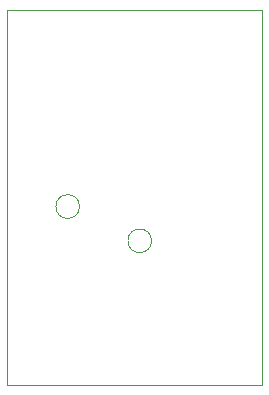
<source format=gm1>
G04 #@! TF.GenerationSoftware,KiCad,Pcbnew,5.1.5-52549c5~84~ubuntu18.04.1*
G04 #@! TF.CreationDate,2020-02-25T14:57:26-08:00*
G04 #@! TF.ProjectId,NeutrikSpeakon,4e657574-7269-46b5-9370-65616b6f6e2e,rev?*
G04 #@! TF.SameCoordinates,Original*
G04 #@! TF.FileFunction,Profile,NP*
%FSLAX46Y46*%
G04 Gerber Fmt 4.6, Leading zero omitted, Abs format (unit mm)*
G04 Created by KiCad (PCBNEW 5.1.5-52549c5~84~ubuntu18.04.1) date 2020-02-25 14:57:26*
%MOMM*%
%LPD*%
G04 APERTURE LIST*
%ADD10C,0.050000*%
%ADD11C,0.100000*%
G04 APERTURE END LIST*
D10*
X130604988Y-115700000D02*
G75*
G03X130604988Y-115700000I-1004988J0D01*
G01*
X136700000Y-118600000D02*
G75*
G03X136700000Y-118600000I-1000000J0D01*
G01*
D11*
X146050000Y-99060000D02*
X146050000Y-130810000D01*
X124460000Y-99060000D02*
X146050000Y-99060000D01*
X124460000Y-130810000D02*
X124460000Y-99060000D01*
X146050000Y-130810000D02*
X124460000Y-130810000D01*
M02*

</source>
